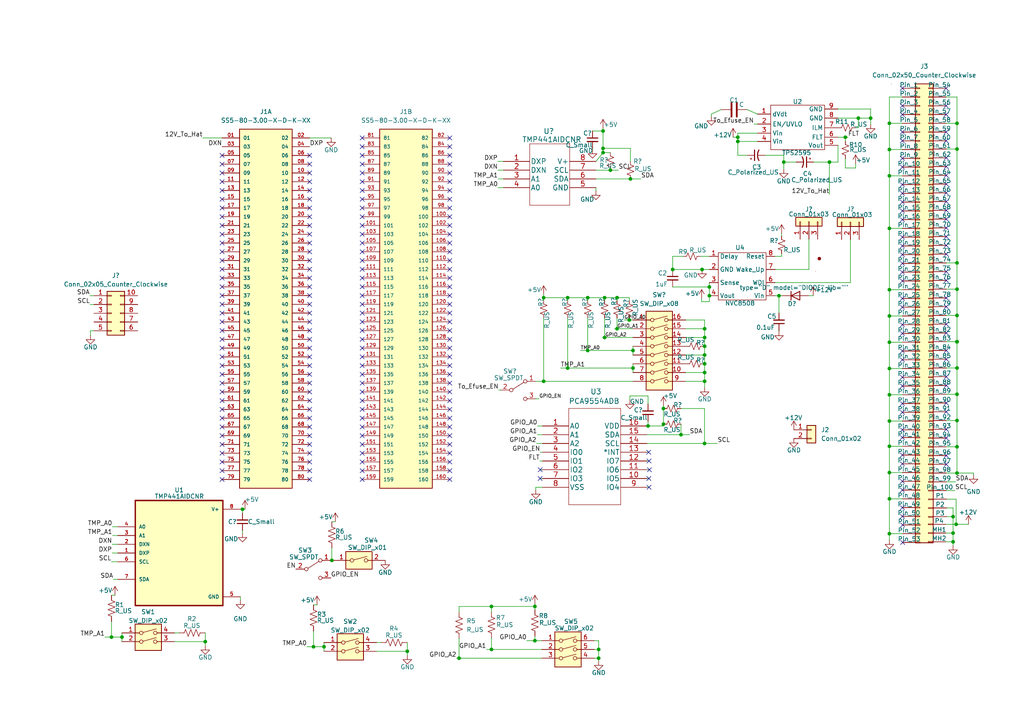
<source format=kicad_sch>
(kicad_sch (version 20211123) (generator eeschema)
  (paper "A4")
  (title_block (title "PERRI Board") (rev "0"))
  (junction (at 192.4304 118.491))
  (junction (at 197.5104 126.0856))
  (junction (at 277.5712 35.7632))
  (junction (at 204.3684 105.5116))
  (junction (at 277.5712 91.4908))
  (junction (at 225.933 85.7758))
  (junction (at 213.995 39.8018))
  (junction (at 35.3822 184.785))
  (junction (at 187.96 123.5456))
  (junction (at 240.5634 47.0154))
  (junction (at 257.9624 99.2632))
  (junction (at 257.9624 122.1232))
  (junction (at 90.932 187.579))
  (junction (at 257.9624 154.7876))
  (junction (at 32.3342 184.785))
  (junction (at 157.6832 110.5916))
  (junction (at 257.9624 66.2432))
  (junction (at 204.3684 100.4316))
  (junction (at 257.9624 51.0032))
  (junction (at 96.2406 162.5346))
  (junction (at 245.1862 39.8018))
  (junction (at 133.1468 190.9064))
  (junction (at 257.9624 137.0584))
  (junction (at 170.4594 101.6508))
  (junction (at 155.1432 175.895))
  (junction (at 177.038 49.3522))
  (junction (at 155.1432 185.8264))
  (junction (at 213.995 41.021))
  (junction (at 277.5712 99.1362))
  (junction (at 257.9624 129.4384))
  (junction (at 257.9624 114.5032))
  (junction (at 277.5712 43.2308))
  (junction (at 227.33 47.0154))
  (junction (at 174.9044 37.9984))
  (junction (at 70.3326 147.701))
  (junction (at 257.9624 106.8832))
  (junction (at 59.5376 186.1058))
  (junction (at 164.6428 86.3346))
  (junction (at 277.5712 121.9708))
  (junction (at 174.9044 43.0276))
  (junction (at 118.1354 188.8998))
  (junction (at 277.5712 99.1108))
  (junction (at 248.9454 34.2646))
  (junction (at 257.9624 91.6432))
  (junction (at 182.5244 92.8116))
  (junction (at 93.98 187.579))
  (junction (at 175.3616 86.3346))
  (junction (at 277.3172 152.0698))
  (junction (at 276.4282 154.6098))
  (junction (at 204.3684 97.8916))
  (junction (at 257.9624 43.3578))
  (junction (at 164.6428 106.7562))
  (junction (at 178.9684 95.3516))
  (junction (at 174.9044 44.2722))
  (junction (at 277.5712 76.2508))
  (junction (at 204.3684 95.3516))
  (junction (at 204.3684 108.0516))
  (junction (at 170.4594 86.3346))
  (junction (at 252.5268 34.2646))
  (junction (at 257.9624 35.7632))
  (junction (at 277.5712 114.3508))
  (junction (at 178.9684 86.3346))
  (junction (at 277.5712 137.2108))
  (junction (at 277.5712 129.5908))
  (junction (at 257.9624 84.0232))
  (junction (at 173.6344 190.9064))
  (junction (at 277.5712 83.8708))
  (junction (at 204.3684 102.9716))
  (junction (at 192.4304 123.0122))
  (junction (at 142.5448 188.3664))
  (junction (at 183.5912 106.7562))
  (junction (at 205.74 83.2358))
  (junction (at 276.4282 149.86))
  (junction (at 204.3684 110.5916))
  (junction (at 277.5712 106.7308))
  (junction (at 257.9624 144.6784))
  (junction (at 195.0974 78.1558))
  (junction (at 175.3616 97.8916))
  (junction (at 204.343 128.6256))
  (junction (at 276.4282 157.1498))
  (junction (at 173.6344 188.3664))
  (junction (at 205.74 85.7758))
  (junction (at 157.6832 86.3346))
  (junction (at 182.8546 51.8922))
  (junction (at 142.5448 175.895))
  (junction (at 203.6318 78.1558))
  (junction (at 183.5912 101.6508))
  (no_connect (at 105.0544 118.745))
  (no_connect (at 130.4544 75.565))
  (no_connect (at 130.4544 128.905))
  (no_connect (at 89.8144 88.265))
  (no_connect (at 130.4544 108.585))
  (no_connect (at 274.4724 66.0908))
  (no_connect (at 130.4544 62.865))
  (no_connect (at 130.4544 121.285))
  (no_connect (at 105.0544 133.985))
  (no_connect (at 64.4144 47.625))
  (no_connect (at 261.7216 30.6832))
  (no_connect (at 274.4724 94.0308))
  (no_connect (at 261.7216 96.7232))
  (no_connect (at 274.4724 111.8108))
  (no_connect (at 274.4724 81.3308))
  (no_connect (at 274.4724 116.8908))
  (no_connect (at 130.4544 95.885))
  (no_connect (at 105.0544 108.585))
  (no_connect (at 89.8144 67.945))
  (no_connect (at 261.7216 94.1832))
  (no_connect (at 261.7216 25.6032))
  (no_connect (at 274.4724 109.2708))
  (no_connect (at 261.7216 86.5632))
  (no_connect (at 130.4544 88.265))
  (no_connect (at 64.4144 98.425))
  (no_connect (at 89.8144 50.165))
  (no_connect (at 89.8144 103.505))
  (no_connect (at 130.4544 65.405))
  (no_connect (at 130.4544 52.705))
  (no_connect (at 64.4144 52.705))
  (no_connect (at 274.4724 45.7708))
  (no_connect (at 89.8144 126.365))
  (no_connect (at 105.0544 62.865))
  (no_connect (at 130.4544 67.945))
  (no_connect (at 105.0544 60.325))
  (no_connect (at 105.0544 57.785))
  (no_connect (at 130.4544 73.025))
  (no_connect (at 89.8144 136.525))
  (no_connect (at 64.4144 75.565))
  (no_connect (at 261.7216 142.1384))
  (no_connect (at 64.4144 103.505))
  (no_connect (at 64.4144 131.445))
  (no_connect (at 130.4544 40.005))
  (no_connect (at 130.4544 126.365))
  (no_connect (at 274.4724 127.0508))
  (no_connect (at 64.4144 73.025))
  (no_connect (at 64.4144 95.885))
  (no_connect (at 105.0544 80.645))
  (no_connect (at 64.4144 80.645))
  (no_connect (at 105.0544 65.405))
  (no_connect (at 64.4144 50.165))
  (no_connect (at 64.4144 128.905))
  (no_connect (at 261.7216 33.2232))
  (no_connect (at 261.7216 117.0432))
  (no_connect (at 89.8144 128.905))
  (no_connect (at 89.8144 45.085))
  (no_connect (at 274.4724 96.5708))
  (no_connect (at 130.4544 78.105))
  (no_connect (at 89.8144 90.805))
  (no_connect (at 89.8144 47.625))
  (no_connect (at 130.4544 45.085))
  (no_connect (at 64.4144 113.665))
  (no_connect (at 105.0544 55.245))
  (no_connect (at 64.4144 70.485))
  (no_connect (at 89.8144 116.205))
  (no_connect (at 105.0544 85.725))
  (no_connect (at 130.4544 60.325))
  (no_connect (at 105.0544 78.105))
  (no_connect (at 105.0544 98.425))
  (no_connect (at 105.0544 83.185))
  (no_connect (at 105.0544 70.485))
  (no_connect (at 89.8144 52.705))
  (no_connect (at 261.7216 40.8432))
  (no_connect (at 89.8144 108.585))
  (no_connect (at 89.8144 83.185))
  (no_connect (at 261.7216 119.5832))
  (no_connect (at 89.8144 93.345))
  (no_connect (at 130.4544 111.125))
  (no_connect (at 64.4144 78.105))
  (no_connect (at 274.4724 78.7908))
  (no_connect (at 89.8144 78.105))
  (no_connect (at 261.7216 58.6232))
  (no_connect (at 130.4544 98.425))
  (no_connect (at 130.4544 131.445))
  (no_connect (at 64.4144 62.865))
  (no_connect (at 89.8144 133.985))
  (no_connect (at 105.0544 73.025))
  (no_connect (at 105.0544 95.885))
  (no_connect (at 105.0544 42.545))
  (no_connect (at 156.6672 138.7856))
  (no_connect (at 156.6926 136.2456))
  (no_connect (at 274.4724 53.3908))
  (no_connect (at 261.7216 139.5984))
  (no_connect (at 105.0544 67.945))
  (no_connect (at 89.8144 131.445))
  (no_connect (at 89.8144 70.485))
  (no_connect (at 274.4724 104.1908))
  (no_connect (at 274.4724 101.6508))
  (no_connect (at 105.0544 106.045))
  (no_connect (at 274.4724 61.0108))
  (no_connect (at 89.8144 75.565))
  (no_connect (at 89.8144 118.745))
  (no_connect (at 130.4544 133.985))
  (no_connect (at 261.7216 53.5432))
  (no_connect (at 64.4144 90.805))
  (no_connect (at 105.0544 52.705))
  (no_connect (at 64.4144 106.045))
  (no_connect (at 274.4724 73.7108))
  (no_connect (at 274.4724 119.4308))
  (no_connect (at 130.4544 85.725))
  (no_connect (at 105.0544 100.965))
  (no_connect (at 261.7216 71.3232))
  (no_connect (at 105.0544 75.565))
  (no_connect (at 89.8144 60.325))
  (no_connect (at 89.8144 65.405))
  (no_connect (at 64.4144 57.785))
  (no_connect (at 261.7216 126.8984))
  (no_connect (at 64.4144 116.205))
  (no_connect (at 130.4544 100.965))
  (no_connect (at 64.4144 88.265))
  (no_connect (at 89.8144 62.865))
  (no_connect (at 64.4144 65.405))
  (no_connect (at 261.7216 76.4032))
  (no_connect (at 261.7978 152.2476))
  (no_connect (at 105.0544 139.065))
  (no_connect (at 105.0544 116.205))
  (no_connect (at 64.4144 100.965))
  (no_connect (at 130.4544 83.185))
  (no_connect (at 64.4144 123.825))
  (no_connect (at 130.4544 106.045))
  (no_connect (at 130.4544 50.165))
  (no_connect (at 130.4544 93.345))
  (no_connect (at 274.4724 71.1708))
  (no_connect (at 130.4544 90.805))
  (no_connect (at 64.4144 136.525))
  (no_connect (at 261.7216 61.1632))
  (no_connect (at 105.0544 90.805))
  (no_connect (at 261.7216 134.5184))
  (no_connect (at 89.8144 111.125))
  (no_connect (at 64.4144 111.125))
  (no_connect (at 261.7216 68.7832))
  (no_connect (at 105.0544 126.365))
  (no_connect (at 261.7216 147.2184))
  (no_connect (at 64.4144 93.345))
  (no_connect (at 64.4144 121.285))
  (no_connect (at 105.0544 113.665))
  (no_connect (at 89.8144 100.965))
  (no_connect (at 64.4144 60.325))
  (no_connect (at 261.7216 78.9432))
  (no_connect (at 274.4724 68.6308))
  (no_connect (at 274.4724 88.9508))
  (no_connect (at 261.7216 104.3432))
  (no_connect (at 130.4544 139.065))
  (no_connect (at 64.4144 67.945))
  (no_connect (at 261.7216 81.4832))
  (no_connect (at 89.8144 106.045))
  (no_connect (at 130.4544 123.825))
  (no_connect (at 130.4544 136.525))
  (no_connect (at 261.7216 109.4232))
  (no_connect (at 64.4144 55.245))
  (no_connect (at 274.4724 63.5508))
  (no_connect (at 89.8144 113.665))
  (no_connect (at 64.4144 108.585))
  (no_connect (at 274.4216 25.6032))
  (no_connect (at 274.4216 30.6832))
  (no_connect (at 274.4724 134.6708))
  (no_connect (at 89.8144 121.285))
  (no_connect (at 89.8144 80.645))
  (no_connect (at 105.0544 45.085))
  (no_connect (at 274.4216 33.2232))
  (no_connect (at 130.4544 42.545))
  (no_connect (at 261.7216 124.6632))
  (no_connect (at 261.7216 56.0832))
  (no_connect (at 130.4544 116.205))
  (no_connect (at 105.0544 136.525))
  (no_connect (at 274.4724 48.3108))
  (no_connect (at 105.0544 47.625))
  (no_connect (at 64.4144 133.985))
  (no_connect (at 105.0544 93.345))
  (no_connect (at 274.4724 55.9308))
  (no_connect (at 130.4544 55.245))
  (no_connect (at 64.4144 126.365))
  (no_connect (at 89.8144 85.725))
  (no_connect (at 105.0544 40.005))
  (no_connect (at 130.4544 47.625))
  (no_connect (at 261.7216 73.8632))
  (no_connect (at 261.7216 131.9784))
  (no_connect (at 89.8144 139.065))
  (no_connect (at 188.2394 133.7056))
  (no_connect (at 188.1378 131.1656))
  (no_connect (at 188.2394 141.3256))
  (no_connect (at 188.3664 136.2456))
  (no_connect (at 188.1886 138.7856))
  (no_connect (at 105.0544 123.825))
  (no_connect (at 130.4544 113.665))
  (no_connect (at 89.8144 57.785))
  (no_connect (at 261.7216 63.7032))
  (no_connect (at 261.7216 111.9632))
  (no_connect (at 105.0544 111.125))
  (no_connect (at 274.4724 50.8508))
  (no_connect (at 130.4544 80.645))
  (no_connect (at 130.4544 57.785))
  (no_connect (at 274.4216 40.8432))
  (no_connect (at 105.0544 103.505))
  (no_connect (at 261.7216 48.4632))
  (no_connect (at 64.4144 85.725))
  (no_connect (at 105.0544 121.285))
  (no_connect (at 64.4144 118.745))
  (no_connect (at 105.0544 50.165))
  (no_connect (at 274.4724 58.4708))
  (no_connect (at 64.4144 83.185))
  (no_connect (at 89.8144 73.025))
  (no_connect (at 89.8144 55.245))
  (no_connect (at 105.0544 128.905))
  (no_connect (at 261.7216 38.3032))
  (no_connect (at 261.7216 89.1032))
  (no_connect (at 274.4216 38.3032))
  (no_connect (at 105.0544 88.265))
  (no_connect (at 130.4544 103.505))
  (no_connect (at 274.4724 124.5108))
  (no_connect (at 274.4724 86.4108))
  (no_connect (at 261.7216 149.7584))
  (no_connect (at 261.7216 45.9232))
  (no_connect (at 130.4544 70.485))
  (no_connect (at 261.7978 157.3276))
  (no_connect (at 89.8144 98.425))
  (no_connect (at 130.4544 118.745))
  (no_connect (at 64.4144 139.065))
  (no_connect (at 89.8144 95.885))
  (no_connect (at 274.4724 132.1308))
  (no_connect (at 64.4144 45.085))
  (no_connect (at 89.8144 123.825))
  (no_connect (at 105.0544 131.445))
  (no_connect (at 261.7216 101.8032))
  (wire (pts (xy 172.847 46.8122) (xy 174.9044 44.2722)))
  (wire (pts (xy 204.3684 105.5116) (xy 204.3684 108.0516)))
  (wire (pts (xy 204.3684 102.9716) (xy 204.3684 105.5116)))
  (wire (pts (xy 274.4724 137.2108) (xy 277.5712 137.2108)))
  (wire (pts (xy 175.3616 86.3346) (xy 175.3616 87.1728)))
  (wire (pts (xy 187.6298 131.1656) (xy 188.1378 131.1656)))
  (wire (pts (xy 58.7756 40.005) (xy 64.4144 40.005)))
  (wire (pts (xy 235.966 47.0154) (xy 240.5634 47.0154)))
  (wire (pts (xy 187.6298 133.7056) (xy 188.2394 133.7056)))
  (wire (pts (xy 192.4304 118.491) (xy 192.4304 123.0122)))
  (wire (pts (xy 90.932 187.579) (xy 93.98 187.579)))
  (wire (pts (xy 32.3342 162.941) (xy 34.163 162.941)))
  (wire (pts (xy 246.6594 81.9658) (xy 246.6594 69.4944)))
  (wire (pts (xy 93.98 186.3598) (xy 93.98 187.579)))
  (wire (pts (xy 274.4724 142.2908) (xy 276.987 142.2908)))
  (wire (pts (xy 257.9624 122.1232) (xy 257.9624 129.4384)))
  (wire (pts (xy 277.5712 91.4908) (xy 277.5712 83.8708)))
  (wire (pts (xy 133.1468 190.9064) (xy 157.1244 190.9064)))
  (wire (pts (xy 26.1112 88.3158) (xy 27.2542 88.3158)))
  (wire (pts (xy 187.6298 128.6256) (xy 204.343 128.6256)))
  (wire (pts (xy 257.9624 129.4384) (xy 257.9624 137.0584)))
  (wire (pts (xy 257.9624 137.0584) (xy 257.9624 144.6784)))
  (wire (pts (xy 227.33 47.0154) (xy 227.33 45.0342)))
  (wire (pts (xy 257.9624 129.4384) (xy 261.7216 129.4384)))
  (wire (pts (xy 243.0526 34.2646) (xy 248.9454 34.2646)))
  (wire (pts (xy 133.1468 175.895) (xy 142.5448 175.895)))
  (wire (pts (xy 277.5712 114.3508) (xy 277.5712 106.7308)))
  (wire (pts (xy 198.8312 95.3516) (xy 204.3684 95.3516)))
  (wire (pts (xy 195.0974 74.3458) (xy 195.0974 78.1558)))
  (wire (pts (xy 192.4304 117.6528) (xy 192.4304 118.491)))
  (wire (pts (xy 274.574 149.86) (xy 276.4282 149.86)))
  (wire (pts (xy 175.3616 97.8916) (xy 183.5912 97.8916)))
  (wire (pts (xy 195.0974 83.2358) (xy 205.74 83.2358)))
  (wire (pts (xy 173.6344 185.8264) (xy 173.6344 188.3664)))
  (wire (pts (xy 174.9044 37.1856) (xy 174.9044 37.9984)))
  (wire (pts (xy 212.6234 39.8018) (xy 213.995 39.8018)))
  (wire (pts (xy 89.027 187.579) (xy 90.932 187.579)))
  (wire (pts (xy 156.5656 133.7056) (xy 157.353 133.7056)))
  (wire (pts (xy 274.4724 83.8708) (xy 277.5712 83.8708)))
  (wire (pts (xy 204.3684 92.8116) (xy 204.3684 95.3516)))
  (wire (pts (xy 204.3684 97.8916) (xy 204.3684 100.4316)))
  (wire (pts (xy 156.6672 138.7856) (xy 157.353 138.7856)))
  (wire (pts (xy 32.6136 155.321) (xy 34.163 155.321)))
  (wire (pts (xy 252.5268 31.623) (xy 252.5268 34.2646)))
  (wire (pts (xy 26.0604 85.7758) (xy 27.2542 85.7758)))
  (wire (pts (xy 252.5268 34.2646) (xy 252.5268 36.0426)))
  (wire (pts (xy 198.8312 97.8916) (xy 204.3684 97.8916)))
  (wire (pts (xy 89.8144 40.005) (xy 96.0628 40.005)))
  (wire (pts (xy 245.1862 45.9994) (xy 245.1862 48.7172)))
  (wire (pts (xy 132.4102 190.9064) (xy 133.1468 190.9064)))
  (wire (pts (xy 225.933 96.0882) (xy 225.933 95.885)))
  (wire (pts (xy 198.12 74.3458) (xy 195.0974 74.3458)))
  (wire (pts (xy 59.5376 186.1058) (xy 59.5376 187.2488)))
  (wire (pts (xy 227.33 47.0154) (xy 230.886 47.0154)))
  (wire (pts (xy 227.33 45.0342) (xy 221.8944 45.0342)))
  (wire (pts (xy 171.8564 43.0784) (xy 171.8564 43.3324)))
  (wire (pts (xy 142.5448 188.3664) (xy 157.1244 188.3664)))
  (wire (pts (xy 187.96 122.2502) (xy 187.96 123.5456)))
  (wire (pts (xy 174.9044 37.9984) (xy 171.8564 37.9984)))
  (wire (pts (xy 27.2542 95.9358) (xy 26.2382 95.9358)))
  (wire (pts (xy 198.8312 108.0516) (xy 204.3684 108.0516)))
  (wire (pts (xy 70.3326 147.701) (xy 70.3326 148.7932)))
  (wire (pts (xy 175.3616 86.3346) (xy 170.4594 86.3346)))
  (wire (pts (xy 261.239 43.3578) (xy 261.7216 43.3832)))
  (wire (pts (xy 257.9624 84.0232) (xy 257.9624 66.2432)))
  (wire (pts (xy 183.5912 106.7562) (xy 183.5912 105.5116)))
  (wire (pts (xy 156.6926 136.2456) (xy 157.353 136.2456)))
  (wire (pts (xy 187.6298 136.2456) (xy 188.3664 136.2456)))
  (wire (pts (xy 257.9624 99.2632) (xy 257.9624 91.6432)))
  (wire (pts (xy 257.9624 91.6432) (xy 257.9624 84.0232)))
  (wire (pts (xy 50.6222 183.5658) (xy 51.9176 183.5658)))
  (wire (pts (xy 277.5712 28.1432) (xy 277.5712 35.7632)))
  (wire (pts (xy 257.9624 106.8832) (xy 261.7216 106.8832)))
  (wire (pts (xy 32.3342 180.2638) (xy 32.3342 184.785)))
  (wire (pts (xy 274.4724 106.7308) (xy 277.5712 106.7308)))
  (wire (pts (xy 205.74 85.7758) (xy 205.74 87.503)))
  (wire (pts (xy 152.781 185.8264) (xy 155.1432 185.8264)))
  (wire (pts (xy 274.32 154.6098) (xy 276.4282 154.6098)))
  (wire (pts (xy 181.0258 92.8116) (xy 182.5244 92.8116)))
  (wire (pts (xy 178.9684 95.3516) (xy 183.5912 95.3516)))
  (wire (pts (xy 157.6832 110.5916) (xy 183.5912 110.5916)))
  (wire (pts (xy 32.3342 184.785) (xy 35.3822 184.785)))
  (wire (pts (xy 174.7266 97.8916) (xy 175.3616 97.8916)))
  (wire (pts (xy 276.4282 149.86) (xy 276.4282 154.6098)))
  (wire (pts (xy 164.6428 92.2528) (xy 164.6428 106.7562)))
  (wire (pts (xy 144.6276 113.1316) (xy 145.2372 113.1316)))
  (wire (pts (xy 174.9044 43.0276) (xy 174.9044 44.2722)))
  (wire (pts (xy 204.343 128.6256) (xy 208.0768 128.6256)))
  (wire (pts (xy 277.3172 144.78) (xy 277.3172 152.0698)))
  (wire (pts (xy 274.574 147.32) (xy 276.4282 147.32)))
  (wire (pts (xy 96.4946 162.5346) (xy 96.2406 162.5346)))
  (wire (pts (xy 274.574 144.78) (xy 277.3172 144.78)))
  (wire (pts (xy 155.1432 175.2092) (xy 155.1432 175.895)))
  (wire (pts (xy 198.8312 105.5116) (xy 199.0598 105.5116)))
  (wire (pts (xy 172.847 51.8922) (xy 182.8546 51.8922)))
  (wire (pts (xy 226.695 67.7164) (xy 226.695 68.4784)))
  (wire (pts (xy 178.9684 92.2528) (xy 178.9684 95.3516)))
  (wire (pts (xy 219.7354 38.6334) (xy 213.995 38.6334)))
  (wire (pts (xy 182.5244 92.8116) (xy 183.5912 92.8116)))
  (wire (pts (xy 182.5244 92.2528) (xy 182.5244 92.8116)))
  (wire (pts (xy 197.5104 118.491) (xy 204.343 118.491)))
  (wire (pts (xy 274.4724 99.1108) (xy 277.5712 99.1108)))
  (wire (pts (xy 182.8546 43.0276) (xy 174.9044 43.0276)))
  (wire (pts (xy 257.9624 122.1232) (xy 261.7216 122.1232)))
  (wire (pts (xy 70.3326 147.701) (xy 71.0692 147.701)))
  (wire (pts (xy 155.1432 175.895) (xy 155.1432 176.8856)))
  (wire (pts (xy 172.3644 188.3664) (xy 173.6344 188.3664)))
  (wire (pts (xy 257.9624 106.8832) (xy 257.9624 114.5032)))
  (wire (pts (xy 142.5448 175.895) (xy 155.1432 175.895)))
  (wire (pts (xy 235.8644 85.7758) (xy 234.5182 85.7758)))
  (wire (pts (xy 32.5882 152.781) (xy 34.163 152.781)))
  (wire (pts (xy 141.0716 188.3664) (xy 142.5448 188.3664)))
  (wire (pts (xy 174.9044 37.9984) (xy 174.9044 43.0276)))
  (wire (pts (xy 173.6344 190.9064) (xy 173.6344 191.7192)))
  (wire (pts (xy 96.2406 151.3332) (xy 97.2566 151.3332)))
  (wire (pts (xy 274.4724 114.3508) (xy 277.5712 114.3508)))
  (wire (pts (xy 218.6686 35.9918) (xy 219.7354 35.9918)))
  (wire (pts (xy 203.5048 86.5378) (xy 203.5048 87.503)))
  (wire (pts (xy 248.9454 34.2646) (xy 252.5268 34.2646)))
  (wire (pts (xy 187.6298 126.0856) (xy 197.5104 126.0856)))
  (wire (pts (xy 257.9624 114.5032) (xy 261.7216 114.5032)))
  (wire (pts (xy 70.3326 153.8732) (xy 70.3326 154.6352)))
  (wire (pts (xy 172.847 54.4322) (xy 172.847 55.372)))
  (wire (pts (xy 257.9624 51.0032) (xy 257.9624 43.3578)))
  (wire (pts (xy 204.1398 105.5116) (xy 204.3684 105.5116)))
  (wire (pts (xy 224.79 81.9658) (xy 246.6594 81.9658)))
  (wire (pts (xy 209.1182 31.8008) (xy 206.3242 33.0962)))
  (wire (pts (xy 257.9624 28.1432) (xy 261.7216 28.1432)))
  (wire (pts (xy 32.3342 172.6438) (xy 33.3502 172.6438)))
  (wire (pts (xy 274.4724 129.5908) (xy 277.5712 129.5908)))
  (wire (pts (xy 248.1326 37.0586) (xy 248.9454 37.0586)))
  (wire (pts (xy 164.6428 106.7562) (xy 183.5912 106.7562)))
  (wire (pts (xy 216.7382 31.8008) (xy 219.6846 33.0962)))
  (wire (pts (xy 203.6318 78.1558) (xy 205.74 78.1558)))
  (wire (pts (xy 197.5104 126.0856) (xy 199.9996 126.0856)))
  (wire (pts (xy 277.5712 83.8708) (xy 277.5712 76.2508)))
  (wire (pts (xy 245.1862 39.8018) (xy 245.1862 40.9194)))
  (wire (pts (xy 257.9624 99.2632) (xy 261.7216 99.2632)))
  (wire (pts (xy 187.96 123.5456) (xy 192.4304 123.5456)))
  (wire (pts (xy 178.2318 95.3516) (xy 178.9684 95.3516)))
  (wire (pts (xy 69.723 173.101) (xy 69.723 174.0662)))
  (wire (pts (xy 257.9624 144.6784) (xy 257.9624 154.7876)))
  (wire (pts (xy 205.74 87.503) (xy 203.5048 87.503)))
  (wire (pts (xy 277.3172 152.0698) (xy 280.8986 152.0698)))
  (wire (pts (xy 155.3972 110.5916) (xy 157.6832 110.5916)))
  (wire (pts (xy 35.3822 184.785) (xy 35.3822 186.1058)))
  (wire (pts (xy 155.1432 185.8264) (xy 157.1244 185.8264)))
  (wire (pts (xy 182.7022 114.8334) (xy 187.96 114.8334)))
  (wire (pts (xy 257.9624 51.0032) (xy 261.7216 51.0032)))
  (wire (pts (xy 178.9684 86.3346) (xy 175.3616 86.3346)))
  (wire (pts (xy 187.6298 141.3256) (xy 188.2394 141.3256)))
  (wire (pts (xy 257.9624 156.6418) (xy 257.9624 154.7876)))
  (wire (pts (xy 156.6926 131.1656) (xy 157.353 131.1656)))
  (wire (pts (xy 177.038 44.2722) (xy 174.9044 44.2722)))
  (wire (pts (xy 277.5712 137.2108) (xy 277.5712 129.5908)))
  (wire (pts (xy 109.22 186.3598) (xy 110.5154 186.3598)))
  (wire (pts (xy 157.6832 85.4456) (xy 157.6832 86.3346)))
  (wire (pts (xy 225.933 90.805) (xy 225.933 85.7758)))
  (wire (pts (xy 155.8798 123.5456) (xy 157.353 123.5456)))
  (wire (pts (xy 274.4724 121.9708) (xy 277.5712 121.9708)))
  (wire (pts (xy 35.3822 183.5658) (xy 35.3822 184.785)))
  (wire (pts (xy 178.9684 86.3346) (xy 178.9684 87.1728)))
  (wire (pts (xy 274.4724 43.2308) (xy 277.5712 43.2308)))
  (wire (pts (xy 32.5374 157.861) (xy 34.163 157.861)))
  (wire (pts (xy 118.1354 186.3598) (xy 118.1354 188.8998)))
  (wire (pts (xy 282.3718 137.2108) (xy 282.3718 137.7188)))
  (wire (pts (xy 26.2382 95.9358) (xy 26.2382 97.2566)))
  (wire (pts (xy 182.5244 86.3346) (xy 178.9684 86.3346)))
  (wire (pts (xy 182.8546 51.8922) (xy 185.928 51.8922)))
  (wire (pts (xy 277.5712 121.9708) (xy 277.5712 114.3508)))
  (wire (pts (xy 170.4594 86.3346) (xy 170.4594 87.1728)))
  (wire (pts (xy 182.8546 46.8122) (xy 182.8546 43.0276)))
  (wire (pts (xy 248.158 47.498) (xy 248.158 48.7172)))
  (wire (pts (xy 168.3512 101.6508) (xy 170.4594 101.6508)))
  (wire (pts (xy 274.4216 28.1432) (xy 277.5712 28.1432)))
  (wire (pts (xy 93.98 187.579) (xy 93.98 188.8998)))
  (wire (pts (xy 133.1468 177.546) (xy 133.1468 175.895)))
  (wire (pts (xy 205.74 81.9658) (xy 205.74 83.2358)))
  (wire (pts (xy 144.399 49.3522) (xy 146.0246 49.3522)))
  (wire (pts (xy 96.2406 158.9532) (xy 96.2406 162.5346)))
  (wire (pts (xy 155.1432 184.5056) (xy 155.1432 185.8264)))
  (wire (pts (xy 157.6832 86.3346) (xy 157.6832 87.1728)))
  (wire (pts (xy 187.96 114.8334) (xy 187.96 117.1702)))
  (wire (pts (xy 234.6198 78.1558) (xy 234.6198 69.3928)))
  (wire (pts (xy 204.3684 108.0516) (xy 204.3684 110.5916)))
  (wire (pts (xy 204.3684 110.5916) (xy 204.3684 112.395)))
  (wire (pts (xy 182.5244 86.3346) (xy 182.5244 87.1728)))
  (wire (pts (xy 198.8312 100.4316) (xy 199.0598 100.4316)))
  (wire (pts (xy 144.4752 51.8922) (xy 146.0246 51.8922)))
  (wire (pts (xy 257.9624 114.5032) (xy 257.9624 122.1232)))
  (wire (pts (xy 59.5376 183.5658) (xy 59.5376 186.1058)))
  (wire (pts (xy 183.5912 101.6508) (xy 183.5912 100.4316)))
  (wire (pts (xy 177.038 49.3522) (xy 179.3748 49.3522)))
  (wire (pts (xy 243.0018 31.623) (xy 252.5268 31.623)))
  (wire (pts (xy 155.3972 141.3256) (xy 155.3972 142.0622)))
  (wire (pts (xy 203.2 74.3458) (xy 205.74 74.3458)))
  (wire (pts (xy 277.5712 43.2308) (xy 277.5712 76.2508)))
  (wire (pts (xy 162.5854 106.7562) (xy 164.6428 106.7562)))
  (wire (pts (xy 257.9624 43.3578) (xy 257.9624 35.7632)))
  (wire (pts (xy 197.5104 123.0122) (xy 197.5104 126.0856)))
  (wire (pts (xy 274.32 157.1498) (xy 276.4282 157.1498)))
  (wire (pts (xy 219.7354 41.021) (xy 213.995 41.021)))
  (wire (pts (xy 198.8312 110.5916) (xy 204.3684 110.5916)))
  (wire (pts (xy 277.5712 137.2108) (xy 282.3718 137.2108)))
  (wire (pts (xy 172.3644 190.9064) (xy 173.6344 190.9064)))
  (wire (pts (xy 225.933 85.7758) (xy 226.8982 85.7758)))
  (wire (pts (xy 213.995 45.0342) (xy 216.8144 45.0342)))
  (wire (pts (xy 183.5912 102.9716) (xy 183.5912 101.6508)))
  (wire (pts (xy 198.8312 102.9716) (xy 204.3684 102.9716)))
  (wire (pts (xy 204.3684 95.3516) (xy 204.3684 97.8916)))
  (wire (pts (xy 204.1398 100.4316) (xy 204.3684 100.4316)))
  (wire (pts (xy 32.8676 168.021) (xy 34.163 168.021)))
  (wire (pts (xy 204.3684 100.4316) (xy 204.3684 102.9716)))
  (wire (pts (xy 90.932 175.4378) (xy 91.948 175.4378)))
  (wire (pts (xy 277.5712 99.1108) (xy 277.5712 91.4908)))
  (wire (pts (xy 243.0526 39.8018) (xy 245.1862 39.8018)))
  (wire (pts (xy 213.995 39.8018) (xy 213.995 41.021)))
  (wire (pts (xy 276.4282 154.6098) (xy 276.4282 157.1498)))
  (wire (pts (xy 240.538 56.4134) (xy 240.5634 47.0154)))
  (wire (pts (xy 277.5712 35.7632) (xy 277.5712 43.2308)))
  (wire (pts (xy 274.4216 35.7632) (xy 277.5712 35.7632)))
  (wire (pts (xy 32.512 160.401) (xy 34.163 160.401)))
  (wire (pts (xy 172.847 49.3522) (xy 177.038 49.3522)))
  (wire (pts (xy 164.6428 86.3346) (xy 157.6832 86.3346)))
  (wire (pts (xy 50.6222 186.1058) (xy 59.5376 186.1058)))
  (wire (pts (xy 144.3736 46.8122) (xy 146.0246 46.8122)))
  (wire (pts (xy 245.1862 48.7172) (xy 248.158 48.7172)))
  (wire (pts (xy 187.6298 123.5456) (xy 187.96 123.5456)))
  (wire (pts (xy 96.2406 162.5346) (xy 95.9612 162.5346)))
  (wire (pts (xy 224.79 74.3458) (xy 226.695 74.3458)))
  (wire (pts (xy 155.8544 126.0856) (xy 157.353 126.0856)))
  (wire (pts (xy 142.5448 185.0898) (xy 142.5448 188.3664)))
  (wire (pts (xy 170.4594 86.3346) (xy 164.6428 86.3346)))
  (wire (pts (xy 243.0526 42.1386) (xy 243.0526 47.0154)))
  (wire (pts (xy 109.22 188.8998) (xy 118.1354 188.8998)))
  (wire (pts (xy 257.9624 84.0232) (xy 261.7216 84.0232)))
  (wire (pts (xy 257.9624 66.2432) (xy 257.9624 51.0032)))
  (wire (pts (xy 157.353 141.3256) (xy 155.3972 141.3256)))
  (wire (pts (xy 213.995 41.021) (xy 213.995 45.0342)))
  (wire (pts (xy 274.32 152.0698) (xy 277.3172 152.0698)))
  (wire (pts (xy 192.4304 123.0122) (xy 192.4304 123.5456)))
  (wire (pts (xy 164.6428 86.3346) (xy 164.6428 87.1728)))
  (wire (pts (xy 118.1354 188.8998) (xy 118.1354 190.0428)))
  (wire (pts (xy 276.4282 157.1498) (xy 276.4282 158.242)))
  (wire (pts (xy 155.3972 115.6716) (xy 156.3624 115.6716)))
  (wire (pts (xy 173.6344 190.9064) (xy 173.6344 188.3664)))
  (wire (pts (xy 142.5448 177.4698) (xy 142.5448 175.895)))
  (wire (pts (xy 187.6298 138.7856) (xy 188.1886 138.7856)))
  (wire (pts (xy 240.5634 47.0154) (xy 243.0526 47.0154)))
  (wire (pts (xy 213.995 38.6334) (xy 213.995 39.8018)))
  (wire (pts (xy 144.4498 54.4322) (xy 146.0246 54.4322)))
  (wire (pts (xy 277.5712 106.7308) (xy 277.5712 99.1362)))
  (wire (pts (xy 155.6258 128.6256) (xy 157.353 128.6256)))
  (wire (pts (xy 175.3616 92.2528) (xy 175.3616 97.8916)))
  (wire (pts (xy 133.1468 185.166) (xy 133.1468 190.9064)))
  (wire (pts (xy 195.0974 78.1558) (xy 203.6318 78.1558)))
  (wire (pts (xy 257.9624 144.6784) (xy 261.7216 144.6784)))
  (wire (pts (xy 248.9454 37.0586) (xy 248.9454 34.2646)))
  (wire (pts (xy 257.9624 35.7632) (xy 261.7216 35.7632)))
  (wire (pts (xy 261.7216 91.6432) (xy 257.9624 91.6432)))
  (wire (pts (xy 183.5912 108.0516) (xy 183.5912 106.7562)))
  (wire (pts (xy 257.9624 154.7876) (xy 261.7978 154.7876)))
  (wire (pts (xy 257.9624 137.0584) (xy 261.7216 137.0584)))
  (wire (pts (xy 182.7022 114.8334) (xy 182.7022 116.0272)))
  (wire (pts (xy 224.79 78.1558) (xy 234.6198 78.1558)))
  (wire (pts (xy 224.79 85.7758) (xy 225.933 85.7758)))
  (wire (pts (xy 245.1862 39.8018) (xy 245.9482 39.8018)))
  (wire (pts (xy 170.4594 92.2528) (xy 170.4594 101.6508)))
  (wire (pts (xy 274.4724 139.7508) (xy 277.1648 139.7508)))
  (wire (pts (xy 206.3242 33.0962) (xy 206.3242 33.782)))
  (wire (pts (xy 226.695 73.5584) (xy 226.695 74.3458)))
  (wire (pts (xy 198.8312 92.8116) (xy 204.3684 92.8116)))
  (wire (pts (xy 204.343 118.491) (xy 204.343 128.6256)))
  (wire (pts (xy 274.4724 76.2508) (xy 277.5712 76.2508)))
  (wire (pts (xy 257.9624 43.3578) (xy 261.239 43.3578)))
  (wire (pts (xy 69.723 147.701) (xy 70.3326 147.701)))
  (wire (pts (xy 274.4724 91.4908) (xy 277.5712 91.4908)))
  (wire (pts (xy 277.5712 129.5908) (xy 277.5712 121.9708)))
  (wire (pts (xy 227.33 47.0154) (xy 227.33 49.0474)))
  (wire (pts (xy 172.3644 185.8264) (xy 173.6344 185.8264)))
  (wire (pts (xy 205.74 83.2358) (xy 205.74 85.7758)))
  (wire (pts (xy 261.7216 66.2432) (xy 257.9624 66.2432)))
  (wire (pts (xy 157.6832 92.2528) (xy 157.6832 110.5916)))
  (wire (pts (xy 30.4292 184.785) (xy 32.3342 184.785)))
  (wire (pts (xy 170.4594 101.6508) (xy 183.5912 101.6508)))
  (wire (pts (xy 257.9624 99.2632) (xy 257.9624 106.8832)))
  (wire (pts (xy 90.932 183.0578) (xy 90.932 187.579)))
  (wire (pts (xy 276.4282 147.32) (xy 276.4282 149.86)))
  (wire (pts (xy 257.9624 35.7632) (xy 257.9624 28.1432)))
  (label "GPIO_A0" (at 181.0258 92.8116 0) (effects (font (size 1 1))))
  (label "FLT" (at 156.5656 133.7056 180))
  (label "DXP" (at 32.512 160.401 180))
  (label "TMP_A1" (at 32.6136 155.321 180))
  (label "GPIO_EN" (at 156.6926 131.1656 180))
  (label "SDA" (at 277.1648 139.7508 0))
  (label "SCL" (at 276.987 142.2908 0))
  (label "GPIO_A2" (at 132.4102 190.9064 180))
  (label "TMP_A1" (at 30.4292 184.785 180))
  (label "12V_To_Hat" (at 58.7756 40.005 180))
  (label " GPIO_A2" (at 174.7266 97.8916 0) (effects (font (size 1 1))))
  (label "GPIO_A0" (at 155.8798 123.5456 180))
  (label "GPIO_A2" (at 155.6258 128.6256 180))
  (label "TMP_A1" (at 162.5854 106.7562 0))
  (label "SCL" (at 32.3342 162.941 180))
  (label "To_Efuse_EN" (at 144.6276 113.1316 180))
  (label "GPIO_A1" (at 141.0716 188.3664 180))
  (label "SCL" (at 26.1112 88.3158 180))
  (label " GPIO_A1" (at 178.2318 95.3516 0) (effects (font (size 1 1))))
  (label "SDA" (at 32.8676 168.021 180))
  (label "To_Efuse_EN" (at 218.6686 35.9918 180))
  (label "SCL" (at 208.0768 128.6256 0))
  (label "GPIO_EN" (at 156.3624 115.6716 0) (effects (font (size 1 1))))
  (label "GPIO_A1" (at 155.8544 126.0856 180))
  (label "12V_To_Hat" (at 240.538 56.4134 180))
  (label "TMP_A0" (at 144.4498 54.4322 180))
  (label "SCL" (at 179.3748 49.3522 0))
  (label "DXN" (at 144.399 49.3522 180))
  (label "TMP_A0" (at 89.027 187.579 180))
  (label "DXN" (at 64.4144 42.545 180))
  (label "GPIO_A0" (at 152.781 185.8264 180))
  (label "GPIO_EN" (at 95.9612 167.6146 0))
  (label "TMP_A1" (at 144.4752 51.8922 180))
  (label "SDA" (at 26.0604 85.7758 180))
  (label "DXN" (at 32.5374 157.861 180))
  (label "DXP" (at 89.8144 42.545 0))
  (label "EN" (at 85.8012 165.0746 180))
  (label "DXP" (at 144.3736 46.8122 180))
  (label "SDA" (at 185.928 51.8922 0))
  (label "FLT" (at 245.9482 39.8018 0))
  (label "TMP_A0" (at 32.5882 152.781 180))
  (label "SDA" (at 199.9996 126.0856 0))
  (label "TMP_A0" (at 168.3512 101.6508 0) (effects (font (size 1 1))))
  (symbol (lib_id "power:+12V") (at 212.6234 39.8018 0) (unit 1)
    (property "Reference" "#PWR09" (effects hide))
    (property "Value" "+12V" (at 209.5754 39.1414 0))
  )
  (symbol (lib_id "power:+5V") (at 71.0692 147.701 0) (unit 1)
    (property "Reference" "#PWR?" (effects hide))
    (property "Value" "+5V" (at 73.025 144.8562 0))
  )
  (symbol (lib_id "Connector_Generic:Conn_01x02") (at 235.331 124.6632 0) (unit 1)
    (property "Reference" "J2" (at 238.125 124.6631 0) (effects (justify left)))
    (property "Value" "Conn_01x02" (at 238.125 127.2031 0) (effects (justify left)))
  )
  (symbol (lib_id "Device:C") (at 212.9282 31.8008 270) (unit 1)
    (property "Reference" "C1" (at 212.9028 29.0322 90))
    (property "Value" "C" (at 215.0872 30.3276 90))
  )
  (symbol (lib_id "Device:R_US") (at 142.5448 181.2798 0) (unit 1)
    (property "Reference" "R7" (at 143.8148 179.1716 0) (effects (justify left)))
    (property "Value" "R_US" (at 143.891 181.229 0) (effects (justify left)))
  )
  (symbol (lib_id "power:+5V") (at 97.2566 151.3332 0) (unit 1)
    (property "Reference" "#PWR?" (effects hide))
    (property "Value" "+5V" (at 94.488 149.9362 0))
  )
  (symbol (lib_id "power:GND") (at 96.0628 40.005 0) (unit 1)
    (property "Reference" "#PWR03" (effects hide))
    (property "Value" "GND" (at 96.0628 43.4848 0))
  )
  (symbol (lib_id "power:GND") (at 204.3684 112.395 0) (unit 1)
    (property "Reference" "#PWR?" (effects hide))
    (property "Value" "GND" (at 204.3938 115.7478 0))
  )
  (symbol (lib_id "SS5-80-3.00-X-D-K-XX:SS5-80-3.00-X-D-K-XX") (at 117.7544 88.265 0) (unit 2)
    (property "Reference" "J1" (at 117.7544 32.385 0))
    (property "Value" "SS5-80-3.00-X-D-K-XX" (at 117.7544 34.925 0))
    (property "Footprint" "SAMTEC_SS5-80-3.00-X-D-K-XX" (effects hide))
    (property "STANDARD" "Manufacturer Recommendations" (effects hide))
    (property "MANUFACTURER" "Samtec" (effects hide))
    (property "PARTREV" "F" (effects hide))
    (property "MAXIMUM_PACKAGE_HEIGHT" "3.5 mm" (effects hide))
  )
  (symbol (lib_id "Device:R_US") (at 155.1432 180.6956 0) (unit 1)
    (property "Reference" "R8" (at 156.2608 178.6128 0) (effects (justify left)))
    (property "Value" "R_US" (at 156.337 180.6194 0) (effects (justify left)))
  )
  (symbol (lib_id "power:+5V") (at 174.9044 37.1856 0) (unit 1)
    (property "Reference" "#PWR?" (effects hide))
    (property "Value" "+5V" (at 177.0888 36.1442 0))
  )
  (symbol (lib_id "Device:C_Small") (at 171.8564 40.5384 0) (unit 1)
    (property "Reference" "C?" (at 169.1132 38.6334 0) (effects (justify left)))
    (property "Value" "C_Small" (at 164.0332 42.0624 0) (effects (justify left)))
  )
  (symbol (lib_id "power:+5V") (at 155.1432 175.2092 0) (unit 1)
    (property "Reference" "#PWR?" (effects hide))
    (property "Value" "+5V" (at 152.3746 173.8122 0))
  )
  (symbol (lib_id "power:+12V") (at 235.8644 85.7758 0) (unit 1)
    (property "Reference" "#PWR?" (effects hide))
    (property "Value" "+12V" (at 238.9886 84.074 0))
  )
  (symbol (lib_id "Device:C_Small") (at 195.0974 80.6958 0) (unit 1)
    (property "Reference" "C2" (at 190.8048 79.2226 0) (effects (justify left)))
    (property "Value" "1uF" (at 190.0428 82.423 0) (effects (justify left)))
  )
  (symbol (lib_id "power:+5V") (at 91.948 175.4378 0) (unit 1)
    (property "Reference" "#PWR?" (effects hide))
    (property "Value" "+5V" (at 89.1794 174.0408 0))
  )
  (symbol (lib_id "Device:R_Small_US") (at 194.9704 123.0122 90) (unit 1)
    (property "Reference" "R?" (at 197.866 121.9708 90) (effects (justify left)))
    (property "Value" "R_US" (at 197.4088 124.6378 90) (effects (justify left)))
  )
  (symbol (lib_id "Device:R_Small_US") (at 182.5244 89.7128 180) (unit 1)
    (property "Reference" "R?" (at 181.6354 86.6648 90) (effects (justify left)))
    (property "Value" "R_US" (at 184.277 86.6902 90) (effects (justify left)))
  )
  (symbol (lib_id "power:+12V") (at 280.8986 152.0698 0) (unit 1)
    (property "Reference" "#PWR021" (effects hide))
    (property "Value" "+12V" (at 280.7462 148.59 0))
  )
  (symbol (lib_id "Device:C_Polarized_Small_US") (at 233.426 47.0154 270) (unit 1)
    (property "Reference" "C4" (at 234.188 50.3936 90))
    (property "Value" "C_Polarized_US" (at 236.8804 52.1716 90))
  )
  (symbol (lib_id "Device:C_Small") (at 225.933 93.345 180) (unit 1)
    (property "Reference" "C5" (at 225.2218 91.7702 0) (effects (justify left)))
    (property "Value" "0.1uF" (at 224.79 94.9706 0) (effects (justify left)))
  )
  (symbol (lib_id "power:GND") (at 118.1354 190.0428 0) (unit 1)
    (property "Reference" "#PWR04" (effects hide))
    (property "Value" "GND" (at 118.1608 193.4464 0))
  )
  (symbol (lib_id "Switch:SW_SPDT") (at 90.8812 165.0746 0) (unit 1)
    (property "Reference" "SW3" (at 88.4936 159.6136 0))
    (property "Value" "SW_SPDT" (at 88.1126 161.5694 0))
  )
  (symbol (lib_id "power:GND") (at 276.4282 158.242 0) (unit 1)
    (property "Reference" "#PWR020" (effects hide))
    (property "Value" "GND" (at 276.4536 161.5948 0))
  )
  (symbol (lib_id "power:+5V") (at 203.5048 86.5378 0) (unit 1)
    (property "Reference" "#PWR?" (effects hide))
    (property "Value" "+5V" (at 200.7362 85.1408 0))
  )
  (symbol (lib_id "power:GND") (at 111.7346 162.5346 0) (unit 1)
    (property "Reference" "#PWR05" (effects hide))
    (property "Value" "GND" (at 111.7346 166.0398 0))
  )
  (symbol (lib_id "power:GND") (at 172.847 55.372 0) (unit 1)
    (property "Reference" "#PWR?" (effects hide))
    (property "Value" "GND" (at 170.307 57.8358 0))
  )
  (symbol (lib_id "power:+5V") (at 157.6832 85.4456 0) (unit 1)
    (property "Reference" "#PWR?" (effects hide))
    (property "Value" "+5V" (at 154.9146 84.0486 0))
  )
  (symbol (lib_id "Connector_Generic:Conn_02x05_Counter_Clockwise") (at 32.3342 90.8558 0) (unit 1)
    (property "Reference" "J?" (at 33.6042 79.9084 0))
    (property "Value" "Conn_02x05_Counter_Clockwise" (at 33.6042 82.4484 0))
  )
  (symbol (lib_id "PERRI_Symbols:NVC8508") (at 214.63 80.6958 0) (unit 1)
    (property "Reference" "U4" (at 214.63 71.8058 0))
    (property "Value" "NVC8508" (at 214.63 87.9602 0))
  )
  (symbol (lib_id "Switch:SW_DIP_x01") (at 104.1146 162.5346 0) (unit 1)
    (property "Reference" "SW4" (at 107.6706 156.718 0))
    (property "Value" "SW_DIP_x01" (at 106.5784 158.8008 0))
  )
  (symbol (lib_id "power:GND") (at 59.5376 187.2488 0) (unit 1)
    (property "Reference" "#PWR02" (effects hide))
    (property "Value" "GND" (at 59.563 190.6524 0))
  )
  (symbol (lib_id "Device:R_Small_US") (at 164.6428 89.7128 180) (unit 1)
    (property "Reference" "R?" (at 163.8554 86.36 90) (effects (justify left)))
    (property "Value" "R_US" (at 165.5826 90.3224 90) (effects (justify left)))
  )
  (symbol (lib_id "power:GND") (at 70.3326 154.6352 0) (unit 1)
    (property "Reference" "#PWR?" (effects hide))
    (property "Value" "GND" (at 67.056 156.3116 0))
  )
  (symbol (lib_id "Device:C_Small") (at 187.96 119.7102 180) (unit 1)
    (property "Reference" "C?" (at 186.4106 118.9228 0) (effects (justify left)))
    (property "Value" "C_Small" (at 187.8076 121.1326 0) (effects (justify left)))
  )
  (symbol (lib_id "power:GND") (at 225.933 96.0882 0) (unit 1)
    (property "Reference" "#PWR016" (effects hide))
    (property "Value" "GND" (at 222.6564 97.7646 0))
  )
  (symbol (lib_id "Device:R_Small_US") (at 201.5998 100.4316 90) (unit 1)
    (property "Reference" "R?" (at 204.4954 99.3902 90) (effects (justify left)))
    (property "Value" "R_US" (at 201.4474 98.552 90) (effects (justify left)))
  )
  (symbol (lib_id "power:GND") (at 155.3972 142.0622 0) (unit 1)
    (property "Reference" "#PWR010" (effects hide))
    (property "Value" "GND" (at 155.3972 145.5674 0))
  )
  (symbol (lib_id "Device:R_Small_US") (at 182.8546 49.3522 0) (unit 1)
    (property "Reference" "R?" (at 183.6674 46.7868 0) (effects (justify left)))
    (property "Value" "R_US" (at 183.9976 48.9712 0) (effects (justify left)))
  )
  (symbol (lib_name "Conn_02x50_Counter_Clockwise_1") (lib_id "PERRI_Symbols:Conn_02x50_Counter_Clockwise") (at 266.8016 73.8632 0) (unit 1)
    (property "Reference" "J3" (at 268.0716 19.2532 0))
    (property "Value" "Conn_02x50_Counter_Clockwise" (at 268.0716 21.7932 0))
  )
  (symbol (lib_id "Device:C_Small") (at 70.3326 151.3332 180) (unit 1)
    (property "Reference" "C?" (at 68.6816 151.3332 0) (effects (justify left)))
    (property "Value" "C_Small" (at 79.7306 151.3078 0) (effects (justify left)))
  )
  (symbol (lib_id "Device:R_US") (at 90.932 179.2478 0) (unit 1)
    (property "Reference" "R3" (at 91.9226 178.2064 0) (effects (justify left)))
    (property "Value" "R_US" (at 91.8972 179.959 0) (effects (justify left)))
  )
  (symbol (lib_id "power:GND") (at 203.6318 78.1558 0) (unit 1)
    (property "Reference" "#PWR011" (effects hide))
    (property "Value" "GND" (at 200.3552 79.8322 0))
  )
  (symbol (lib_id "SS5-80-3.00-X-D-K-XX:SS5-80-3.00-X-D-K-XX") (at 77.1144 88.265 0) (unit 1)
    (property "Reference" "J1" (at 77.1144 32.385 0))
    (property "Value" "SS5-80-3.00-X-D-K-XX" (at 77.1144 34.925 0))
    (property "Footprint" "SAMTEC_SS5-80-3.00-X-D-K-XX" (effects hide))
    (property "STANDARD" "Manufacturer Recommendations" (effects hide))
    (property "MANUFACTURER" "Samtec" (effects hide))
    (property "PARTREV" "F" (effects hide))
    (property "MAXIMUM_PACKAGE_HEIGHT" "3.5 mm" (effects hide))
  )
  (symbol (lib_id "Device:R_Small_US") (at 178.9684 89.7128 180) (unit 1)
    (property "Reference" "R?" (at 178.1048 86.106 90) (effects (justify left)))
    (property "Value" "R_US" (at 180.1114 88.7222 90) (effects (justify left)))
  )
  (symbol (lib_id "power:GND") (at 230.251 127.2032 0) (unit 1)
    (property "Reference" "#PWR015" (effects hide))
    (property "Value" "GND" (at 230.2764 130.556 0))
  )
  (symbol (lib_id "power:+5V") (at 248.158 47.498 0) (unit 1)
    (property "Reference" "#PWR?" (effects hide))
    (property "Value" "+5V" (at 250.3424 46.4566 0))
  )
  (symbol (lib_id "power:+5V") (at 226.695 67.7164 0) (unit 1)
    (property "Reference" "#PWR?" (effects hide))
    (property "Value" "+5V" (at 223.9264 66.3194 0))
  )
  (symbol (lib_id "Device:R_Small_US") (at 245.5926 37.0586 90) (unit 1)
    (property "Reference" "R11" (at 246.126 35.2806 90) (effects (justify left)))
    (property "Value" "R_US" (at 251.5616 36.068 90) (effects (justify left)))
  )
  (symbol (lib_id "power:GND") (at 69.723 174.0662 0) (unit 1)
    (property "Reference" "#PWR06" (effects hide))
    (property "Value" "GND" (at 69.723 179.5018 0))
  )
  (symbol (lib_id "Device:R_Small_US") (at 226.695 71.0184 180) (unit 1)
    (property "Reference" "R?" (at 225.806 69.8246 0) (effects (justify left)))
    (property "Value" "R_US" (at 232.2068 72.4662 0) (effects (justify left)))
  )
  (symbol (lib_id "power:GND") (at 171.8564 43.3324 0) (unit 1)
    (property "Reference" "#PWR?" (effects hide))
    (property "Value" "GND" (at 169.9514 43.7134 0))
  )
  (symbol (lib_id "power:+5V") (at 192.4304 117.6528 0) (unit 1)
    (property "Reference" "#PWR?" (effects hide))
    (property "Value" "+5V" (at 194.3862 114.808 0))
  )
  (symbol (lib_id "power:GND") (at 282.3718 137.7188 0) (unit 1)
    (property "Reference" "#PWR022" (effects hide))
    (property "Value" "GND" (at 282.3718 142.621 0))
  )
  (symbol (lib_id "power:GND") (at 182.7022 116.0272 0) (unit 1)
    (property "Reference" "#PWR?" (effects hide))
    (property "Value" "GND" (at 184.7596 116.459 0))
  )
  (symbol (lib_id "PERRI_Symbols:efuse") (at 227.5078 37.0586 0) (unit 1)
    (property "Reference" "U2" (at 231.3178 29.4894 0))
    (property "Value" "TPS2595" (at 231.0384 44.323 0))
  )
  (symbol (lib_id "Switch:SW_DIP_x03") (at 164.7444 190.9064 0) (unit 1)
    (property "Reference" "SW5" (at 165.608 180.2638 0))
    (property "Value" "SW_DIP_x02" (at 166.5732 182.1942 0))
  )
  (symbol (lib_id "Device:C_Polarized_Small_US") (at 219.3544 45.0342 90) (unit 1)
    (property "Reference" "C3" (at 219.4814 48.4632 90))
    (property "Value" "C_Polarized_US" (at 218.4654 49.9618 90))
  )
  (symbol (lib_id "Device:R_US") (at 114.3254 186.3598 90) (unit 1)
    (property "Reference" "R4" (at 114.2238 182.2958 90))
    (property "Value" "R_US" (at 114.2492 184.2516 90))
  )
  (symbol (lib_id "power:GND") (at 252.5268 36.0426 0) (unit 1)
    (property "Reference" "#PWR018" (effects hide))
    (property "Value" "GND" (at 252.5268 39.5224 0))
  )
  (symbol (lib_id "Switch:SW_DIP_x02") (at 101.6 188.8998 0) (unit 1)
    (property "Reference" "SW2" (at 101.5746 180.2638 0))
    (property "Value" "SW_DIP_x02" (at 101.5746 182.8038 0))
  )
  (symbol (lib_id "Device:R_Small_US") (at 170.4594 89.7128 180) (unit 1)
    (property "Reference" "R?" (at 169.672 86.36 90) (effects (justify left)))
    (property "Value" "R_US" (at 171.3992 90.3224 90) (effects (justify left)))
  )
  (symbol (lib_id "Device:R_US") (at 133.1468 181.356 0) (unit 1)
    (property "Reference" "R5" (at 135.2804 180.0859 0) (effects (justify left)))
    (property "Value" "R_US" (at 135.2804 182.6259 0) (effects (justify left)))
  )
  (symbol (lib_id "Device:R_Small_US") (at 245.1862 43.4594 0) (unit 1)
    (property "Reference" "R10" (at 246.2276 41.9608 0) (effects (justify left)))
    (property "Value" "R_US" (at 246.3546 43.434 0) (effects (justify left)))
  )
  (symbol (lib_id "Switch:SW_DIP_x02") (at 43.0022 186.1058 0) (unit 1)
    (property "Reference" "SW1" (at 42.9768 177.4698 0))
    (property "Value" "SW_DIP_x02" (at 42.9768 180.0098 0))
  )
  (symbol (lib_id "power:GND") (at 206.3242 33.782 0) (unit 1)
    (property "Reference" "#PWR08" (effects hide))
    (property "Value" "GND" (at 203.3778 36.5506 0))
  )
  (symbol (lib_id "power:GND") (at 227.33 49.0474 0) (unit 1)
    (property "Reference" "#PWR012" (effects hide))
    (property "Value" "GND" (at 227.33 52.5272 0))
  )
  (symbol (lib_id "2022-06-21_13-56-27:TMP441AIDCNR") (at 159.7914 50.2666 0) (unit 1)
    (property "Reference" "U?" (at 159.1818 38.0746 0) (effects (font (size 1.524 1.524))))
    (property "Value" "TMP441AIDCNR" (at 160.0454 40.4622 0) (effects (font (size 1.524 1.524))))
    (property "Footprint" "DCN8" (effects hide))
  )
  (symbol (lib_id "Simulation_SPICE:DIODE") (at 230.7082 85.7758 180) (unit 1)
    (property "Reference" "D?" (at 229.743 88.1126 0))
    (property "Value" "DIODE" (at 230.3018 83.4136 0))
    (property "Spice_Netlist_Enabled" "Y" (effects hide))
    (property "Spice_Primitive" "D" (effects hide))
  )
  (symbol (lib_id "Device:R_Small_US") (at 200.66 74.3458 90) (unit 1)
    (property "Reference" "R9" (at 199.4408 73.025 90) (effects (justify left)))
    (property "Value" "R_US" (at 204.9018 72.5424 90) (effects (justify left)))
  )
  (symbol (lib_id "Device:R_Small_US") (at 194.9704 118.491 90) (unit 1)
    (property "Reference" "R?" (at 197.866 117.4496 90) (effects (justify left)))
    (property "Value" "R_US" (at 197.4088 120.1166 90) (effects (justify left)))
  )
  (symbol (lib_id "Device:R_US") (at 55.7276 183.5658 90) (unit 1)
    (property "Reference" "R2" (at 55.626 179.5018 90))
    (property "Value" "R_US" (at 55.6514 181.4576 90))
  )
  (symbol (lib_id "Connector_Generic:Conn_01x03") (at 246.6594 64.4144 90) (unit 1)
    (property "Reference" "J?" (at 245.5672 60.6552 90) (effects (justify right)))
    (property "Value" "Conn_01x03" (at 241.2746 62.2808 90) (effects (justify right)))
  )
  (symbol (lib_id "Device:R_Small_US") (at 177.038 46.8122 0) (unit 1)
    (property "Reference" "R?" (at 173.8884 46.4058 0) (effects (justify left)))
    (property "Value" "R_US" (at 173.7868 48.0822 0) (effects (justify left)))
  )
  (symbol (lib_id "Switch:SW_SPDT") (at 150.3172 113.1316 0) (unit 1)
    (property "Reference" "SW?" (at 147.9296 107.6706 0))
    (property "Value" "SW_SPDT" (at 147.5486 109.6264 0))
  )
  (symbol (lib_id "TMP441AIDCNR:TMP441AIDCNR") (at 51.943 160.401 0) (unit 1)
    (property "Reference" "U1" (at 51.9684 142.1384 0))
    (property "Value" "TMP441AIDCNR" (at 52.0192 143.9672 0))
    (property "Footprint" "SOT65P280X145-8N" (effects hide))
  )
  (symbol (lib_id "power:+5V") (at 33.3502 172.6438 0) (unit 1)
    (property "Reference" "#PWR?" (effects hide))
    (property "Value" "+5V" (at 30.5816 171.2468 0))
  )
  (symbol (lib_id "Device:R_Small_US") (at 201.5998 105.5116 90) (unit 1)
    (property "Reference" "R?" (at 204.4954 104.4702 90) (effects (justify left)))
    (property "Value" "R_US" (at 201.4474 103.632 90) (effects (justify left)))
  )
  (symbol (lib_id "Connector_Generic:Conn_01x03") (at 234.6198 64.3128 90) (unit 1)
    (property "Reference" "J?" (at 233.4768 60.706 90) (effects (justify right)))
    (property "Value" "Conn_01x03" (at 228.7016 62.1284 90) (effects (justify right)))
  )
  (symbol (lib_id "power:+12V") (at 230.251 124.6632 0) (unit 1)
    (property "Reference" "#PWR014" (effects hide))
    (property "Value" "+12V" (at 230.0986 121.1834 0))
  )
  (symbol (lib_id "Switch:SW_DIP_x08") (at 191.2112 102.9716 0) (unit 1)
    (property "Reference" "SW?" (at 191.2112 85.5218 0))
    (property "Value" "SW_DIP_x08" (at 191.2112 88.0618 0))
  )
  (symbol (lib_id "Device:R_US") (at 96.2406 155.1432 0) (unit 1)
    (property "Reference" "R6" (at 97.2312 154.1018 0) (effects (justify left)))
    (property "Value" "R_US" (at 97.2058 155.8544 0) (effects (justify left)))
  )
  (symbol (lib_id "Device:R_Small_US") (at 157.6832 89.7128 180) (unit 1)
    (property "Reference" "R?" (at 156.8958 86.36 90) (effects (justify left)))
    (property "Value" "R_US" (at 158.623 90.3224 90) (effects (justify left)))
  )
  (symbol (lib_id "2022-06-15_19-22-19:PCA9554ADB") (at 172.593 127.2032 0) (unit 1)
    (property "Reference" "U3" (at 172.847 113.5888 0) (effects (font (size 1.524 1.524))))
    (property "Value" "PCA9554ADB" (at 172.339 116.332 0) (effects (font (size 1.524 1.524))))
    (property "Footprint" "SOT338-1_NXP" (effects hide))
  )
  (symbol (lib_id "power:GND") (at 257.9624 156.6418 0) (unit 1)
    (property "Reference" "#PWR019" (effects hide))
    (property "Value" "GND" (at 257.9878 159.9946 0))
  )
  (symbol (lib_id "Device:R_US") (at 32.3342 176.4538 0) (unit 1)
    (property "Reference" "R1" (at 33.3248 175.4124 0) (effects (justify left)))
    (property "Value" "R_US" (at 33.2994 177.165 0) (effects (justify left)))
  )
  (symbol (lib_id "power:GND") (at 173.6344 191.7192 0) (unit 1)
    (property "Reference" "#PWR07" (effects hide))
    (property "Value" "GND" (at 173.6598 195.1228 0))
  )
  (symbol (lib_id "power:GND") (at 26.2382 97.2566 0) (unit 1)
    (property "Reference" "#PWR?" (effects hide))
    (property "Value" "GND" (at 26.2636 100.6602 0))
  )
  (symbol (lib_id "Device:R_Small_US") (at 175.3616 89.7128 180) (unit 1)
    (property "Reference" "R?" (at 174.5742 86.36 90) (effects (justify left)))
    (property "Value" "R_US" (at 176.3014 90.3224 90) (effects (justify left)))
  )
)
</source>
